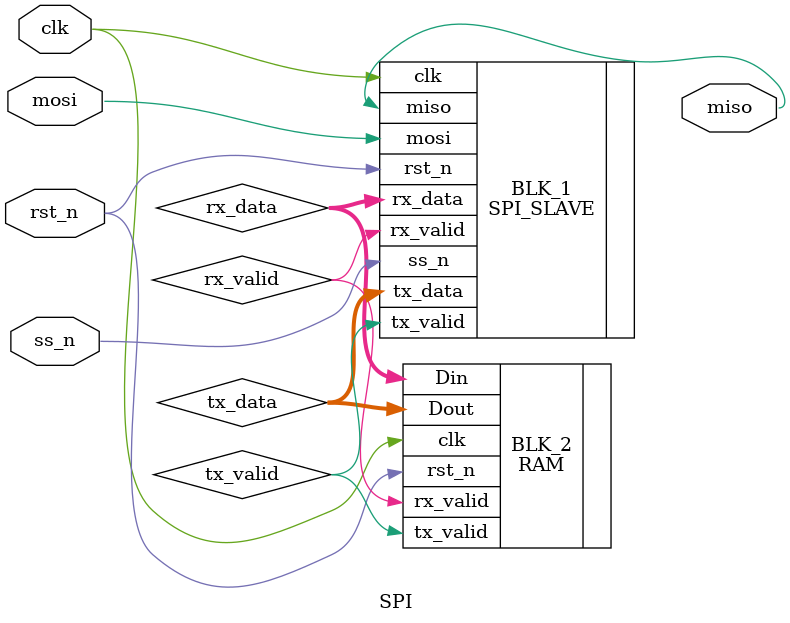
<source format=v>
module SPI ( mosi , ss_n , clk , rst_n , miso ) ; 

input mosi , ss_n , clk , rst_n ; 
output  miso ; 

wire [9:0] rx_data  ; 
wire       rx_valid ; 

wire [7:0] tx_data  ; 
wire       tx_valid ; 

SPI_SLAVE BLK_1 ( .mosi(mosi) , .ss_n(ss_n) , .clk(clk) , .rst_n(rst_n) , .tx_valid(tx_valid) ,
                    .tx_data(tx_data) , .miso(miso) , .rx_valid(rx_valid) , .rx_data(rx_data) ) ;

RAM  BLK_2 ( .clk(clk) , .rst_n(rst_n) , .Din(rx_data)  , .rx_valid(rx_valid) , .tx_valid(tx_valid) , .Dout(tx_data) ) ; 



endmodule 
</source>
